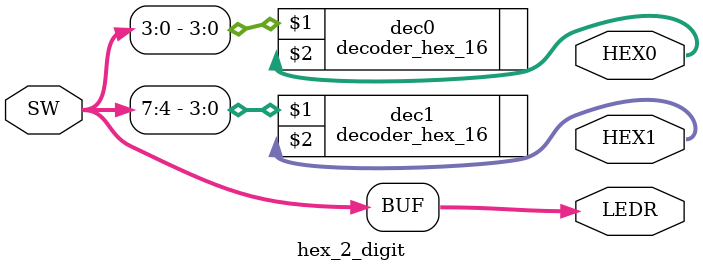
<source format=v>
module hex_2_digit(
input [7:0] SW,
output [7:0] LEDR,
output [6:0] HEX1,HEX0
);
assign LEDR[7:0] = SW[7:0];

decoder_hex_16 dec1(SW[7:4], HEX1[6:0]);
decoder_hex_16 dec0(SW[3:0], HEX0[6:0]);

endmodule

</source>
